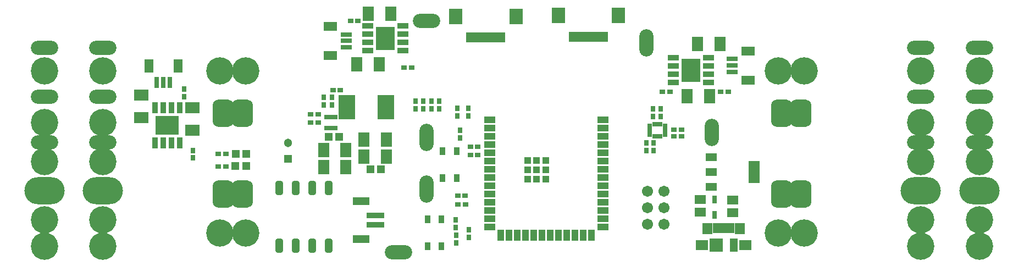
<source format=gbr>
%TF.GenerationSoftware,Altium Limited,Altium Designer,21.7.2 (23)*%
G04 Layer_Color=8388736*
%FSLAX25Y25*%
%MOIN*%
%TF.SameCoordinates,95A22525-32A0-4EEE-A0C0-36F8BD1EB9D1*%
%TF.FilePolarity,Negative*%
%TF.FileFunction,Soldermask,Top*%
%TF.Part,Single*%
G01*
G75*
%TA.AperFunction,ViaPad*%
%ADD60O,0.08674X0.16548*%
%ADD61O,0.16548X0.08674*%
%TA.AperFunction,ComponentPad*%
%ADD62C,0.06706*%
%ADD63R,0.05131X0.05131*%
%ADD64C,0.05131*%
%TA.AperFunction,ViaPad*%
%ADD65C,0.16548*%
G04:AMPARAMS|DCode=66|XSize=165.48mil|YSize=126.11mil|CornerRadius=33.53mil|HoleSize=0mil|Usage=FLASHONLY|Rotation=90.000|XOffset=0mil|YOffset=0mil|HoleType=Round|Shape=RoundedRectangle|*
%AMROUNDEDRECTD66*
21,1,0.16548,0.05906,0,0,90.0*
21,1,0.09843,0.12611,0,0,90.0*
1,1,0.06706,0.02953,0.04921*
1,1,0.06706,0.02953,-0.04921*
1,1,0.06706,-0.02953,-0.04921*
1,1,0.06706,-0.02953,0.04921*
%
%ADD66ROUNDEDRECTD66*%
%ADD67O,0.24422X0.16548*%
%TA.AperFunction,SMDPad,CuDef*%
%ADD71R,0.03162X0.03300*%
%ADD72R,0.03300X0.03162*%
%ADD73R,0.04600X0.04737*%
%ADD74R,0.09855X0.14580*%
%ADD75R,0.03359X0.04934*%
%ADD76R,0.06706X0.05300*%
%ADD77R,0.02769X0.05032*%
%TA.AperFunction,ConnectorPad*%
%ADD78R,0.02572X0.06233*%
%ADD79R,0.06410X0.06902*%
%ADD80R,0.07296X0.05918*%
%ADD81R,0.07887X0.08280*%
%ADD82R,0.04737X0.08280*%
%TA.AperFunction,SMDPad,CuDef*%
%ADD83R,0.01981X0.03162*%
%ADD84R,0.03162X0.01981*%
%ADD85R,0.07099X0.03162*%
%ADD86R,0.07887X0.05524*%
%ADD87R,0.06800X0.08674*%
%ADD88R,0.11469X0.14186*%
%ADD89R,0.06804X0.03359*%
%ADD90R,0.14186X0.11469*%
%ADD91R,0.03359X0.06804*%
%ADD92R,0.08674X0.06800*%
%ADD93R,0.01981X0.02670*%
%ADD94R,0.09843X0.05118*%
%ADD95R,0.10630X0.03543*%
G04:AMPARAMS|DCode=96|XSize=47.24mil|YSize=86.61mil|CornerRadius=13.78mil|HoleSize=0mil|Usage=FLASHONLY|Rotation=0.000|XOffset=0mil|YOffset=0mil|HoleType=Round|Shape=RoundedRectangle|*
%AMROUNDEDRECTD96*
21,1,0.04724,0.05906,0,0,0.0*
21,1,0.01968,0.08661,0,0,0.0*
1,1,0.02756,0.00984,-0.02953*
1,1,0.02756,-0.00984,-0.02953*
1,1,0.02756,-0.00984,0.02953*
1,1,0.02756,0.00984,0.02953*
%
%ADD96ROUNDEDRECTD96*%
%ADD97R,0.06706X0.04343*%
%ADD98R,0.04343X0.06706*%
%TA.AperFunction,BGAPad,CuDef*%
%ADD99R,0.04343X0.04343*%
%TA.AperFunction,ConnectorPad*%
%ADD100R,0.07887X0.09461*%
%ADD101R,0.01981X0.05918*%
%TA.AperFunction,SMDPad,CuDef*%
%ADD102R,0.06509X0.13595*%
%ADD103R,0.06509X0.04540*%
%ADD104R,0.05524X0.07887*%
%ADD105R,0.03162X0.07099*%
D60*
X376969Y135039D02*
D03*
X243406Y46260D02*
D03*
X416339Y80709D02*
D03*
X243504Y77658D02*
D03*
D61*
X243602Y148228D02*
D03*
X226575Y8071D02*
D03*
X578740Y74803D02*
D03*
X543307D02*
D03*
X578740Y102362D02*
D03*
X543307D02*
D03*
X578740Y131890D02*
D03*
X543307D02*
D03*
X11811Y74803D02*
D03*
X47244D02*
D03*
Y102362D02*
D03*
X11811D02*
D03*
X47244Y131890D02*
D03*
X11811D02*
D03*
D62*
X377402Y45138D02*
D03*
X387402D02*
D03*
X377402Y35138D02*
D03*
X387402D02*
D03*
X377402Y25138D02*
D03*
X387402D02*
D03*
D63*
X159449Y64567D02*
D03*
D64*
Y74410D02*
D03*
D65*
X578740Y118110D02*
D03*
X543307D02*
D03*
X11811D02*
D03*
X47244D02*
D03*
X578740Y86614D02*
D03*
X543307D02*
D03*
X578740Y62992D02*
D03*
X543307D02*
D03*
X118110Y19685D02*
D03*
X543307Y27559D02*
D03*
X578740D02*
D03*
X543307Y11811D02*
D03*
X578740D02*
D03*
X47244Y27559D02*
D03*
X11811D02*
D03*
X47244Y86614D02*
D03*
X11811D02*
D03*
Y62992D02*
D03*
X47244D02*
D03*
Y11811D02*
D03*
X11811D02*
D03*
X456693Y19685D02*
D03*
Y118110D02*
D03*
X472441Y19685D02*
D03*
Y118110D02*
D03*
X133858Y19685D02*
D03*
Y118110D02*
D03*
X118110D02*
D03*
D66*
X470472Y92520D02*
D03*
X458661D02*
D03*
X131890D02*
D03*
X120079D02*
D03*
X470472Y43307D02*
D03*
X458661D02*
D03*
X131890D02*
D03*
X120079D02*
D03*
D67*
X578740Y45276D02*
D03*
X543307D02*
D03*
X11811D02*
D03*
X47244D02*
D03*
D71*
X101870Y65220D02*
D03*
Y69820D02*
D03*
X263976Y81962D02*
D03*
Y77362D02*
D03*
X261221Y27533D02*
D03*
Y22933D02*
D03*
X261319Y13842D02*
D03*
Y18442D02*
D03*
X268701Y95250D02*
D03*
Y90650D02*
D03*
X269291Y21788D02*
D03*
Y17188D02*
D03*
X381004Y74347D02*
D03*
Y69747D02*
D03*
X376969Y74347D02*
D03*
Y69747D02*
D03*
X380709Y90515D02*
D03*
Y95115D02*
D03*
X385433Y90417D02*
D03*
Y95016D02*
D03*
X96457Y102424D02*
D03*
Y107024D02*
D03*
X186221Y101906D02*
D03*
Y97306D02*
D03*
X181102D02*
D03*
Y101906D02*
D03*
X236811Y95079D02*
D03*
Y99679D02*
D03*
X241634Y95079D02*
D03*
Y99679D02*
D03*
X246457Y95141D02*
D03*
Y99741D02*
D03*
X251279Y95141D02*
D03*
Y99741D02*
D03*
X262205Y90712D02*
D03*
Y95312D02*
D03*
D72*
X386479Y105315D02*
D03*
X391079D02*
D03*
X234547Y120177D02*
D03*
X229947D02*
D03*
X270042Y72146D02*
D03*
X274642D02*
D03*
X274606Y66929D02*
D03*
X270006D02*
D03*
X393468Y82382D02*
D03*
X398068D02*
D03*
X393468Y78347D02*
D03*
X398068D02*
D03*
X421778Y105512D02*
D03*
X426378D02*
D03*
X201942Y148425D02*
D03*
X197343D02*
D03*
X186676Y106299D02*
D03*
X191276D02*
D03*
X173291Y91732D02*
D03*
X177891D02*
D03*
X173291Y86614D02*
D03*
X177891D02*
D03*
X121690Y60138D02*
D03*
X117090D02*
D03*
X121653Y67815D02*
D03*
X117053D02*
D03*
X262402Y37106D02*
D03*
X267002D02*
D03*
X266965Y42520D02*
D03*
X262365D02*
D03*
D73*
X134007Y60236D02*
D03*
X127607D02*
D03*
X134204Y67716D02*
D03*
X127804D02*
D03*
X215798Y58268D02*
D03*
X209398D02*
D03*
X184151Y77953D02*
D03*
X190551D02*
D03*
D74*
X218898Y96063D02*
D03*
X195276D02*
D03*
D75*
X244094Y11614D02*
D03*
Y27953D02*
D03*
X252559Y11614D02*
D03*
Y27953D02*
D03*
X253248Y52953D02*
D03*
Y69291D02*
D03*
X261713Y52953D02*
D03*
Y69291D02*
D03*
D76*
X429134Y32027D02*
D03*
Y39627D02*
D03*
X409449Y32421D02*
D03*
Y40020D02*
D03*
D77*
X418110Y30858D02*
D03*
Y40008D02*
D03*
D78*
X418504Y22795D02*
D03*
X421063D02*
D03*
X423622D02*
D03*
X426181D02*
D03*
X428740D02*
D03*
D79*
X413831Y22461D02*
D03*
X433413D02*
D03*
D80*
X410335Y12323D02*
D03*
X436909D02*
D03*
D81*
X419095D02*
D03*
D82*
X429724D02*
D03*
D83*
X381496Y85532D02*
D03*
X383465D02*
D03*
X385433D02*
D03*
Y78445D02*
D03*
X383465D02*
D03*
X381496D02*
D03*
D84*
X387992Y84941D02*
D03*
Y82972D02*
D03*
Y81004D02*
D03*
Y79035D02*
D03*
X378937D02*
D03*
Y81004D02*
D03*
Y82972D02*
D03*
Y84941D02*
D03*
D85*
X428740Y117323D02*
D03*
Y125197D02*
D03*
Y121260D02*
D03*
X194980Y140157D02*
D03*
Y132283D02*
D03*
Y136221D02*
D03*
D86*
X438583Y112402D02*
D03*
Y130118D02*
D03*
X185138Y145079D02*
D03*
Y127362D02*
D03*
D87*
X407767Y134252D02*
D03*
X421367D02*
D03*
X415068Y102756D02*
D03*
X401468D02*
D03*
X208259Y152756D02*
D03*
X221859D02*
D03*
X214772Y122047D02*
D03*
X201172D02*
D03*
X180995Y59842D02*
D03*
X194595D02*
D03*
X180995Y70079D02*
D03*
X194595D02*
D03*
X219005Y76378D02*
D03*
X205405D02*
D03*
X219005Y66142D02*
D03*
X205405D02*
D03*
D88*
X403937Y118504D02*
D03*
X218602Y137795D02*
D03*
D89*
X414614Y126004D02*
D03*
Y121004D02*
D03*
Y116004D02*
D03*
Y111004D02*
D03*
X393260D02*
D03*
Y116004D02*
D03*
Y121004D02*
D03*
Y126004D02*
D03*
X207925Y130295D02*
D03*
Y135295D02*
D03*
Y140295D02*
D03*
Y145295D02*
D03*
X229279D02*
D03*
Y140295D02*
D03*
Y135295D02*
D03*
Y130295D02*
D03*
D90*
X86221Y85039D02*
D03*
D91*
X78720Y95717D02*
D03*
X83720D02*
D03*
X88721D02*
D03*
X93721D02*
D03*
Y74362D02*
D03*
X88721D02*
D03*
X83720D02*
D03*
X78720D02*
D03*
D92*
X70472Y89657D02*
D03*
Y103257D02*
D03*
X101575Y95669D02*
D03*
Y82069D02*
D03*
D93*
X182480Y89913D02*
D03*
X184449D02*
D03*
X186417D02*
D03*
X188386D02*
D03*
Y83315D02*
D03*
X186417D02*
D03*
X184449D02*
D03*
X182480D02*
D03*
D94*
X203937Y38976D02*
D03*
Y16142D02*
D03*
D95*
X212598Y24606D02*
D03*
Y30512D02*
D03*
D96*
X154291Y47028D02*
D03*
X164291D02*
D03*
X174291D02*
D03*
X184291D02*
D03*
Y12028D02*
D03*
X174291D02*
D03*
X164291D02*
D03*
X154291D02*
D03*
D97*
X281693Y88425D02*
D03*
Y83425D02*
D03*
Y78425D02*
D03*
Y73425D02*
D03*
Y68425D02*
D03*
Y63425D02*
D03*
Y58425D02*
D03*
Y53425D02*
D03*
Y48425D02*
D03*
Y43425D02*
D03*
Y38425D02*
D03*
Y33425D02*
D03*
Y28425D02*
D03*
Y23425D02*
D03*
X350590D02*
D03*
Y28425D02*
D03*
Y33425D02*
D03*
Y38425D02*
D03*
Y43425D02*
D03*
Y48425D02*
D03*
Y53425D02*
D03*
Y58425D02*
D03*
Y63425D02*
D03*
Y68425D02*
D03*
Y73425D02*
D03*
Y78425D02*
D03*
Y83425D02*
D03*
Y88425D02*
D03*
D98*
X288642Y18504D02*
D03*
X293642D02*
D03*
X298642D02*
D03*
X303642D02*
D03*
X308642D02*
D03*
X313642D02*
D03*
X318642D02*
D03*
X323642D02*
D03*
X328642D02*
D03*
X333642D02*
D03*
X338642D02*
D03*
X343642D02*
D03*
D99*
X310236Y58031D02*
D03*
X304724Y63543D02*
D03*
Y58031D02*
D03*
Y52520D02*
D03*
X310236D02*
D03*
X315748D02*
D03*
Y58031D02*
D03*
Y63543D02*
D03*
X310236D02*
D03*
D100*
X261122Y151181D02*
D03*
X297736D02*
D03*
X323327Y151575D02*
D03*
X359941D02*
D03*
D101*
X268602Y138386D02*
D03*
X270571D02*
D03*
X272539D02*
D03*
X274508D02*
D03*
X276476D02*
D03*
X278445D02*
D03*
X280413D02*
D03*
X282382D02*
D03*
X284350D02*
D03*
X286319D02*
D03*
X288287D02*
D03*
X290256D02*
D03*
X330807Y138779D02*
D03*
X332776D02*
D03*
X334744D02*
D03*
X336713D02*
D03*
X338681D02*
D03*
X340650D02*
D03*
X342618D02*
D03*
X344587D02*
D03*
X346555D02*
D03*
X348524D02*
D03*
X350492D02*
D03*
X352461D02*
D03*
D102*
X442126Y56693D02*
D03*
D103*
X416142Y47677D02*
D03*
Y56693D02*
D03*
Y65709D02*
D03*
D104*
X75000Y120866D02*
D03*
X92716D02*
D03*
D105*
X83858Y111024D02*
D03*
X79921D02*
D03*
X87795D02*
D03*
%TF.MD5,9e0ad702eb5819425ca9c002c6bae8fb*%
M02*

</source>
